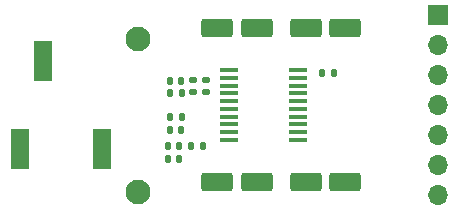
<source format=gts>
%TF.GenerationSoftware,KiCad,Pcbnew,(6.0.0-0)*%
%TF.CreationDate,2022-11-25T09:40:40+01:00*%
%TF.ProjectId,pcm5102a_codec_breakout,70636d35-3130-4326-915f-636f6465635f,rev?*%
%TF.SameCoordinates,Original*%
%TF.FileFunction,Soldermask,Top*%
%TF.FilePolarity,Negative*%
%FSLAX46Y46*%
G04 Gerber Fmt 4.6, Leading zero omitted, Abs format (unit mm)*
G04 Created by KiCad (PCBNEW (6.0.0-0)) date 2022-11-25 09:40:40*
%MOMM*%
%LPD*%
G01*
G04 APERTURE LIST*
G04 Aperture macros list*
%AMRoundRect*
0 Rectangle with rounded corners*
0 $1 Rounding radius*
0 $2 $3 $4 $5 $6 $7 $8 $9 X,Y pos of 4 corners*
0 Add a 4 corners polygon primitive as box body*
4,1,4,$2,$3,$4,$5,$6,$7,$8,$9,$2,$3,0*
0 Add four circle primitives for the rounded corners*
1,1,$1+$1,$2,$3*
1,1,$1+$1,$4,$5*
1,1,$1+$1,$6,$7*
1,1,$1+$1,$8,$9*
0 Add four rect primitives between the rounded corners*
20,1,$1+$1,$2,$3,$4,$5,0*
20,1,$1+$1,$4,$5,$6,$7,0*
20,1,$1+$1,$6,$7,$8,$9,0*
20,1,$1+$1,$8,$9,$2,$3,0*%
G04 Aperture macros list end*
%ADD10R,1.500000X3.500000*%
%ADD11C,2.100000*%
%ADD12RoundRect,0.140000X0.140000X0.170000X-0.140000X0.170000X-0.140000X-0.170000X0.140000X-0.170000X0*%
%ADD13RoundRect,0.140000X-0.170000X0.140000X-0.170000X-0.140000X0.170000X-0.140000X0.170000X0.140000X0*%
%ADD14RoundRect,0.140000X-0.140000X-0.170000X0.140000X-0.170000X0.140000X0.170000X-0.140000X0.170000X0*%
%ADD15RoundRect,0.250000X-1.075000X-0.550000X1.075000X-0.550000X1.075000X0.550000X-1.075000X0.550000X0*%
%ADD16RoundRect,0.135000X-0.135000X-0.185000X0.135000X-0.185000X0.135000X0.185000X-0.135000X0.185000X0*%
%ADD17R,1.700000X1.700000*%
%ADD18O,1.700000X1.700000*%
%ADD19R,1.500000X0.450000*%
G04 APERTURE END LIST*
D10*
X124100000Y-86250000D03*
X122100000Y-93750000D03*
X129100000Y-93750000D03*
D11*
X132100000Y-84400000D03*
X132100000Y-97400000D03*
D12*
X148680000Y-87300000D03*
X147720000Y-87300000D03*
D13*
X137900000Y-87920000D03*
X137900000Y-88880000D03*
D14*
X135780000Y-88000000D03*
X134820000Y-88000000D03*
D13*
X136800000Y-87920000D03*
X136800000Y-88880000D03*
D15*
X146325000Y-83500000D03*
X149675000Y-83500000D03*
D12*
X135580000Y-93500000D03*
X134620000Y-93500000D03*
D14*
X134620000Y-94600000D03*
X135580000Y-94600000D03*
D16*
X134790000Y-91000000D03*
X135810000Y-91000000D03*
D17*
X157500000Y-82375000D03*
D18*
X157500000Y-84915000D03*
X157500000Y-87455000D03*
X157500000Y-89995000D03*
X157500000Y-92535000D03*
X157500000Y-95075000D03*
X157500000Y-97615000D03*
D15*
X138825000Y-96500000D03*
X142175000Y-96500000D03*
D16*
X134790000Y-89000000D03*
X135810000Y-89000000D03*
D19*
X139850000Y-87075000D03*
X139850000Y-87725000D03*
X139850000Y-88375000D03*
X139850000Y-89025000D03*
X139850000Y-89675000D03*
X139850000Y-90325000D03*
X139850000Y-90975000D03*
X139850000Y-91625000D03*
X139850000Y-92275000D03*
X139850000Y-92925000D03*
X145650000Y-92925000D03*
X145650000Y-92275000D03*
X145650000Y-91625000D03*
X145650000Y-90975000D03*
X145650000Y-90325000D03*
X145650000Y-89675000D03*
X145650000Y-89025000D03*
X145650000Y-88375000D03*
X145650000Y-87725000D03*
X145650000Y-87075000D03*
D12*
X135780000Y-92100000D03*
X134820000Y-92100000D03*
D15*
X146325000Y-96500000D03*
X149675000Y-96500000D03*
X138825000Y-83500000D03*
X142175000Y-83500000D03*
D12*
X137580000Y-93500000D03*
X136620000Y-93500000D03*
M02*

</source>
